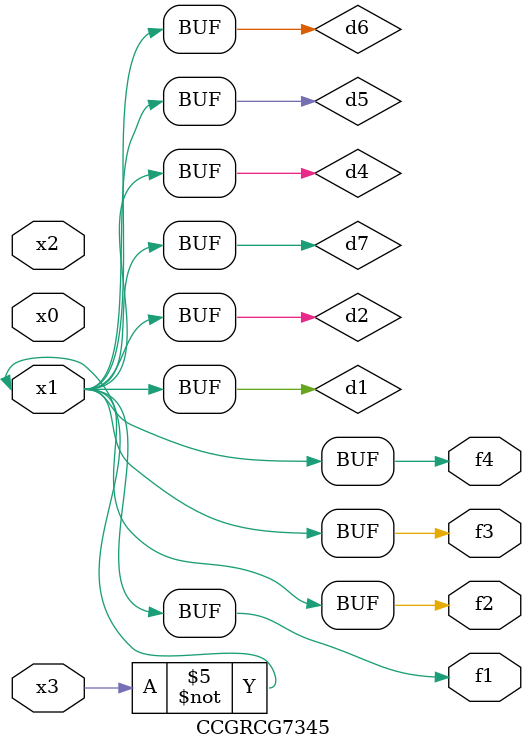
<source format=v>
module CCGRCG7345(
	input x0, x1, x2, x3,
	output f1, f2, f3, f4
);

	wire d1, d2, d3, d4, d5, d6, d7;

	not (d1, x3);
	buf (d2, x1);
	xnor (d3, d1, d2);
	nor (d4, d1);
	buf (d5, d1, d2);
	buf (d6, d4, d5);
	nand (d7, d4);
	assign f1 = d6;
	assign f2 = d7;
	assign f3 = d6;
	assign f4 = d6;
endmodule

</source>
